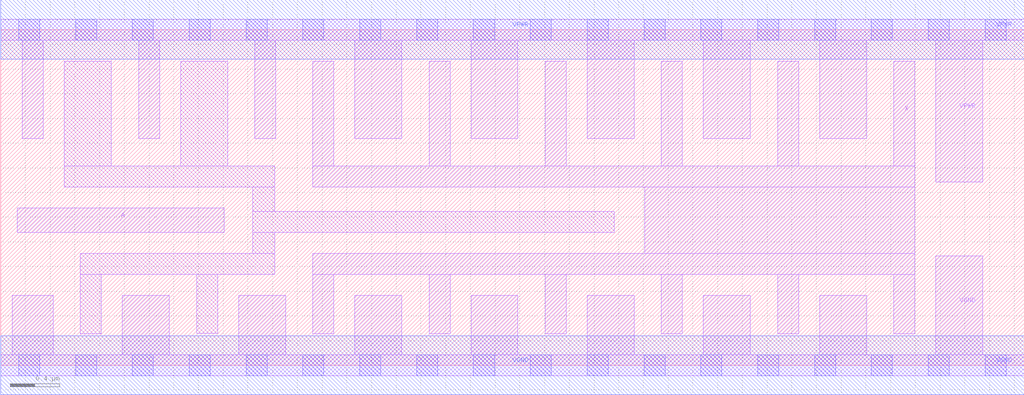
<source format=lef>
# Copyright 2020 The SkyWater PDK Authors
#
# Licensed under the Apache License, Version 2.0 (the "License");
# you may not use this file except in compliance with the License.
# You may obtain a copy of the License at
#
#     https://www.apache.org/licenses/LICENSE-2.0
#
# Unless required by applicable law or agreed to in writing, software
# distributed under the License is distributed on an "AS IS" BASIS,
# WITHOUT WARRANTIES OR CONDITIONS OF ANY KIND, either express or implied.
# See the License for the specific language governing permissions and
# limitations under the License.
#
# SPDX-License-Identifier: Apache-2.0

VERSION 5.7 ;
  NOWIREEXTENSIONATPIN ON ;
  DIVIDERCHAR "/" ;
  BUSBITCHARS "[]" ;
UNITS
  DATABASE MICRONS 200 ;
END UNITS
PROPERTYDEFINITIONS
  MACRO maskLayoutSubType STRING ;
  MACRO prCellType STRING ;
  MACRO originalViewName STRING ;
END PROPERTYDEFINITIONS
MACRO sky130_fd_sc_hdll__buf_12
  CLASS CORE ;
  FOREIGN sky130_fd_sc_hdll__buf_12 ;
  ORIGIN  0.000000  0.000000 ;
  SIZE  8.280000 BY  2.720000 ;
  SYMMETRY X Y R90 ;
  SITE unithd ;
  PIN A
    ANTENNAGATEAREA  1.110000 ;
    DIRECTION INPUT ;
    USE SIGNAL ;
    PORT
      LAYER li1 ;
        RECT 0.135000 1.075000 1.810000 1.275000 ;
    END
  END A
  PIN VGND
    ANTENNADIFFAREA  1.820000 ;
    DIRECTION INOUT ;
    USE SIGNAL ;
    PORT
      LAYER li1 ;
        RECT 0.000000 -0.085000 8.280000 0.085000 ;
        RECT 0.095000  0.085000 0.425000 0.565000 ;
        RECT 0.985000  0.085000 1.365000 0.565000 ;
        RECT 1.925000  0.085000 2.305000 0.565000 ;
        RECT 2.865000  0.085000 3.245000 0.565000 ;
        RECT 3.805000  0.085000 4.185000 0.565000 ;
        RECT 4.745000  0.085000 5.125000 0.565000 ;
        RECT 5.685000  0.085000 6.065000 0.565000 ;
        RECT 6.625000  0.085000 7.005000 0.565000 ;
        RECT 7.565000  0.085000 7.945000 0.885000 ;
      LAYER mcon ;
        RECT 0.145000 -0.085000 0.315000 0.085000 ;
        RECT 0.605000 -0.085000 0.775000 0.085000 ;
        RECT 1.065000 -0.085000 1.235000 0.085000 ;
        RECT 1.525000 -0.085000 1.695000 0.085000 ;
        RECT 1.985000 -0.085000 2.155000 0.085000 ;
        RECT 2.445000 -0.085000 2.615000 0.085000 ;
        RECT 2.905000 -0.085000 3.075000 0.085000 ;
        RECT 3.365000 -0.085000 3.535000 0.085000 ;
        RECT 3.825000 -0.085000 3.995000 0.085000 ;
        RECT 4.285000 -0.085000 4.455000 0.085000 ;
        RECT 4.745000 -0.085000 4.915000 0.085000 ;
        RECT 5.205000 -0.085000 5.375000 0.085000 ;
        RECT 5.665000 -0.085000 5.835000 0.085000 ;
        RECT 6.125000 -0.085000 6.295000 0.085000 ;
        RECT 6.585000 -0.085000 6.755000 0.085000 ;
        RECT 7.045000 -0.085000 7.215000 0.085000 ;
        RECT 7.505000 -0.085000 7.675000 0.085000 ;
        RECT 7.965000 -0.085000 8.135000 0.085000 ;
    END
    PORT
      LAYER met1 ;
        RECT 0.000000 -0.240000 8.280000 0.240000 ;
    END
  END VGND
  PIN VPWR
    ANTENNADIFFAREA  2.610000 ;
    DIRECTION INOUT ;
    USE SIGNAL ;
    PORT
      LAYER li1 ;
        RECT 0.000000 2.635000 8.280000 2.805000 ;
        RECT 0.175000 1.835000 0.345000 2.635000 ;
        RECT 1.115000 1.835000 1.285000 2.635000 ;
        RECT 2.055000 1.835000 2.225000 2.635000 ;
        RECT 2.865000 1.835000 3.245000 2.635000 ;
        RECT 3.805000 1.835000 4.185000 2.635000 ;
        RECT 4.745000 1.835000 5.125000 2.635000 ;
        RECT 5.685000 1.835000 6.065000 2.635000 ;
        RECT 6.625000 1.835000 7.005000 2.635000 ;
        RECT 7.565000 1.485000 7.945000 2.635000 ;
      LAYER mcon ;
        RECT 0.145000 2.635000 0.315000 2.805000 ;
        RECT 0.605000 2.635000 0.775000 2.805000 ;
        RECT 1.065000 2.635000 1.235000 2.805000 ;
        RECT 1.525000 2.635000 1.695000 2.805000 ;
        RECT 1.985000 2.635000 2.155000 2.805000 ;
        RECT 2.445000 2.635000 2.615000 2.805000 ;
        RECT 2.905000 2.635000 3.075000 2.805000 ;
        RECT 3.365000 2.635000 3.535000 2.805000 ;
        RECT 3.825000 2.635000 3.995000 2.805000 ;
        RECT 4.285000 2.635000 4.455000 2.805000 ;
        RECT 4.745000 2.635000 4.915000 2.805000 ;
        RECT 5.205000 2.635000 5.375000 2.805000 ;
        RECT 5.665000 2.635000 5.835000 2.805000 ;
        RECT 6.125000 2.635000 6.295000 2.805000 ;
        RECT 6.585000 2.635000 6.755000 2.805000 ;
        RECT 7.045000 2.635000 7.215000 2.805000 ;
        RECT 7.505000 2.635000 7.675000 2.805000 ;
        RECT 7.965000 2.635000 8.135000 2.805000 ;
    END
    PORT
      LAYER met1 ;
        RECT 0.000000 2.480000 8.280000 2.960000 ;
    END
  END VPWR
  PIN X
    ANTENNADIFFAREA  3.020500 ;
    DIRECTION OUTPUT ;
    USE SIGNAL ;
    PORT
      LAYER li1 ;
        RECT 2.525000 0.255000 2.695000 0.735000 ;
        RECT 2.525000 0.735000 7.395000 0.905000 ;
        RECT 2.525000 1.445000 7.395000 1.615000 ;
        RECT 2.525000 1.615000 2.695000 2.465000 ;
        RECT 3.465000 0.255000 3.635000 0.735000 ;
        RECT 3.465000 1.615000 3.635000 2.465000 ;
        RECT 4.405000 0.255000 4.575000 0.735000 ;
        RECT 4.405000 1.615000 4.575000 2.465000 ;
        RECT 5.210000 0.905000 7.395000 1.445000 ;
        RECT 5.345000 0.255000 5.515000 0.735000 ;
        RECT 5.345000 1.615000 5.515000 2.465000 ;
        RECT 6.285000 0.255000 6.455000 0.735000 ;
        RECT 6.285000 1.615000 6.455000 2.465000 ;
        RECT 7.225000 0.255000 7.395000 0.735000 ;
        RECT 7.225000 1.615000 7.395000 2.465000 ;
    END
  END X
  OBS
    LAYER li1 ;
      RECT 0.515000 1.445000 2.215000 1.615000 ;
      RECT 0.515000 1.615000 0.895000 2.465000 ;
      RECT 0.645000 0.255000 0.815000 0.735000 ;
      RECT 0.645000 0.735000 2.215000 0.905000 ;
      RECT 1.455000 1.615000 1.835000 2.465000 ;
      RECT 1.585000 0.260000 1.755000 0.735000 ;
      RECT 2.040000 0.905000 2.215000 1.075000 ;
      RECT 2.040000 1.075000 4.965000 1.245000 ;
      RECT 2.040000 1.245000 2.215000 1.445000 ;
  END
  PROPERTY maskLayoutSubType "abstract" ;
  PROPERTY prCellType "standard" ;
  PROPERTY originalViewName "layout" ;
END sky130_fd_sc_hdll__buf_12
END LIBRARY

</source>
